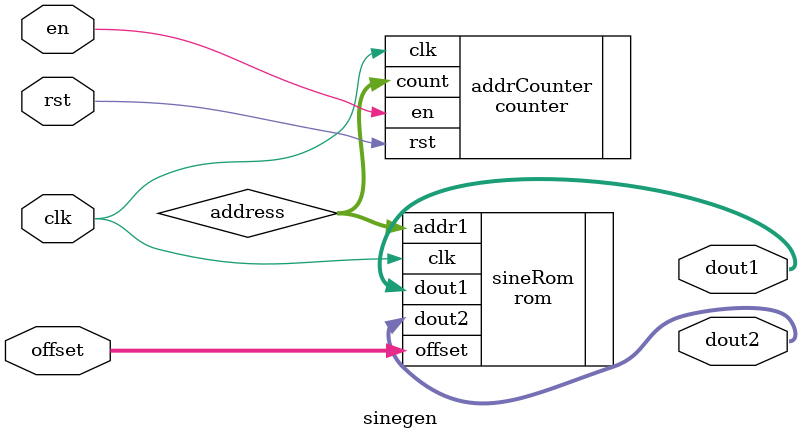
<source format=sv>
module sinegen #(
    parameter   A_WIDTH = 8,
                D_WIDTH = 8

)(
    //interface signals
    input   logic               clk,    //clock
    input   logic               rst,    //reset
    input   logic               en,     //enable
    input   logic [D_WIDTH-1:0] offset,   //increment for addr counter
    output  logic [D_WIDTH-1:0] dout1,   //output data
    output  logic [D_WIDTH-1:0] dout2   //second sine wave
);

    logic   [A_WIDTH-1:0]       address;    //interconnect wire

counter addrCounter (
    .clk (clk),
    .rst (rst),
    .en (en),
    .count (address)
);

rom sineRom(
    .clk (clk),
    .addr1 (address),
    .offset (offset),
    .dout1 (dout1),
    .dout2 (dout2)
);

endmodule

</source>
